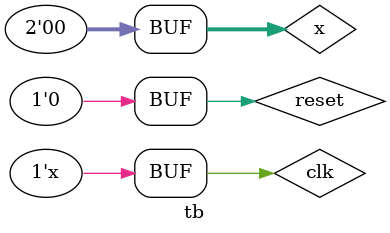
<source format=v>
`timescale 1ns / 1ps
module tb(

    );
    reg clk,reset;
    reg [1:0] x;
    wire yout;
    //cao,这里yout第一次用reg不行 sim说eleborate step failed with error
    //wire [2:0]state,nstate;
 //debug 用，方便看state nextstatemoore testb(clk,reset,state,nstate,x,yout);
    moore test(reset,clk,x,yout);
 initial begin
    x=2'b00;
    clk = 0;
    reset = 1;
    
 end
 
 always @(*) begin
 #5 clk <= ~clk;
 end
 initial begin
 #20 reset = 0;
 #20 x[1:0] = 11;
 #10 x[1:0] = 10;
 #10 x[1:0] = 00;
 #20 x[1:0] = 10;
 #10 x[1:0] = 00;
 #10 x[1:0] = 10;
 #10 x[1:0] = 00;
 #10 x[1:0] = 01;
 #10 x[1:0] = 00;
 #10 x[1:0] = 10;
 #10 x[1:0] = 11;
 #10 x[1:0] = 00;
 #10 reset = 1;
 #10 reset = 0;
 #10 x[1:0] = 10;
 #20 x[1:0] = 00;
 end    
endmodule
</source>
